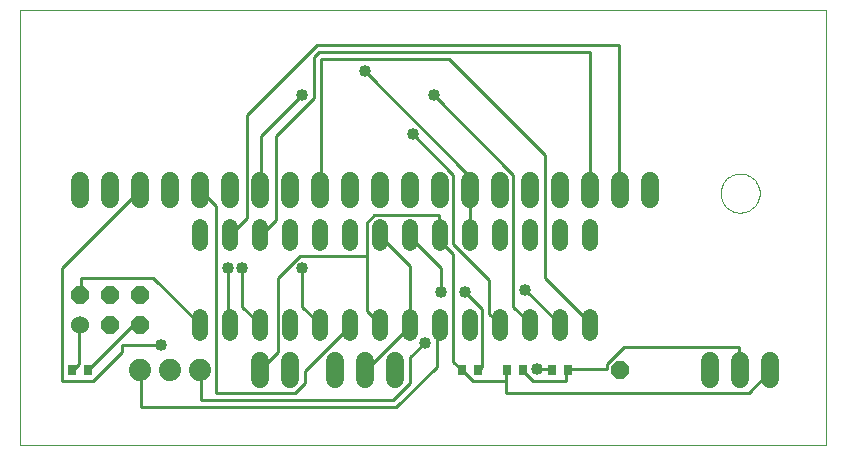
<source format=gtl>
G75*
G70*
%OFA0B0*%
%FSLAX24Y24*%
%IPPOS*%
%LPD*%
%AMOC8*
5,1,8,0,0,1.08239X$1,22.5*
%
%ADD10C,0.0000*%
%ADD11R,0.0276X0.0354*%
%ADD12C,0.0600*%
%ADD13C,0.0520*%
%ADD14C,0.0740*%
%ADD15C,0.0600*%
%ADD16OC8,0.0600*%
%ADD17C,0.0100*%
%ADD18C,0.0400*%
D10*
X000109Y000103D02*
X000109Y014599D01*
X026979Y014599D01*
X026979Y000103D01*
X000109Y000103D01*
X023459Y008503D02*
X023461Y008553D01*
X023467Y008603D01*
X023477Y008653D01*
X023490Y008701D01*
X023507Y008749D01*
X023528Y008795D01*
X023552Y008839D01*
X023580Y008881D01*
X023611Y008921D01*
X023645Y008958D01*
X023682Y008993D01*
X023721Y009024D01*
X023762Y009053D01*
X023806Y009078D01*
X023852Y009100D01*
X023899Y009118D01*
X023947Y009132D01*
X023996Y009143D01*
X024046Y009150D01*
X024096Y009153D01*
X024147Y009152D01*
X024197Y009147D01*
X024247Y009138D01*
X024295Y009126D01*
X024343Y009109D01*
X024389Y009089D01*
X024434Y009066D01*
X024477Y009039D01*
X024517Y009009D01*
X024555Y008976D01*
X024590Y008940D01*
X024623Y008901D01*
X024652Y008860D01*
X024678Y008817D01*
X024701Y008772D01*
X024720Y008725D01*
X024735Y008677D01*
X024747Y008628D01*
X024755Y008578D01*
X024759Y008528D01*
X024759Y008478D01*
X024755Y008428D01*
X024747Y008378D01*
X024735Y008329D01*
X024720Y008281D01*
X024701Y008234D01*
X024678Y008189D01*
X024652Y008146D01*
X024623Y008105D01*
X024590Y008066D01*
X024555Y008030D01*
X024517Y007997D01*
X024477Y007967D01*
X024434Y007940D01*
X024389Y007917D01*
X024343Y007897D01*
X024295Y007880D01*
X024247Y007868D01*
X024197Y007859D01*
X024147Y007854D01*
X024096Y007853D01*
X024046Y007856D01*
X023996Y007863D01*
X023947Y007874D01*
X023899Y007888D01*
X023852Y007906D01*
X023806Y007928D01*
X023762Y007953D01*
X023721Y007982D01*
X023682Y008013D01*
X023645Y008048D01*
X023611Y008085D01*
X023580Y008125D01*
X023552Y008167D01*
X023528Y008211D01*
X023507Y008257D01*
X023490Y008305D01*
X023477Y008353D01*
X023467Y008403D01*
X023461Y008453D01*
X023459Y008503D01*
D11*
X018365Y002603D03*
X017853Y002603D03*
X016865Y002603D03*
X016353Y002603D03*
X015365Y002603D03*
X014853Y002603D03*
X002365Y002603D03*
X001853Y002603D03*
D12*
X008109Y002303D02*
X008109Y002903D01*
X009109Y002903D02*
X009109Y002303D01*
X010609Y002303D02*
X010609Y002903D01*
X011609Y002903D02*
X011609Y002303D01*
X012609Y002303D02*
X012609Y002903D01*
X013109Y008303D02*
X013109Y008903D01*
X014109Y008903D02*
X014109Y008303D01*
X015109Y008303D02*
X015109Y008903D01*
X016109Y008903D02*
X016109Y008303D01*
X017109Y008303D02*
X017109Y008903D01*
X018109Y008903D02*
X018109Y008303D01*
X019109Y008303D02*
X019109Y008903D01*
X020109Y008903D02*
X020109Y008303D01*
X021109Y008303D02*
X021109Y008903D01*
X012109Y008903D02*
X012109Y008303D01*
X011109Y008303D02*
X011109Y008903D01*
X010109Y008903D02*
X010109Y008303D01*
X009109Y008303D02*
X009109Y008903D01*
X008109Y008903D02*
X008109Y008303D01*
X007109Y008303D02*
X007109Y008903D01*
X006109Y008903D02*
X006109Y008303D01*
X005109Y008303D02*
X005109Y008903D01*
X004109Y008903D02*
X004109Y008303D01*
X003109Y008303D02*
X003109Y008903D01*
X002109Y008903D02*
X002109Y008303D01*
X023109Y002903D02*
X023109Y002303D01*
X024109Y002303D02*
X024109Y002903D01*
X025109Y002903D02*
X025109Y002303D01*
D13*
X019109Y003843D02*
X019109Y004363D01*
X018109Y004363D02*
X018109Y003843D01*
X017109Y003843D02*
X017109Y004363D01*
X016109Y004363D02*
X016109Y003843D01*
X015109Y003843D02*
X015109Y004363D01*
X014109Y004363D02*
X014109Y003843D01*
X013109Y003843D02*
X013109Y004363D01*
X012109Y004363D02*
X012109Y003843D01*
X011109Y003843D02*
X011109Y004363D01*
X010109Y004363D02*
X010109Y003843D01*
X009109Y003843D02*
X009109Y004363D01*
X008109Y004363D02*
X008109Y003843D01*
X007109Y003843D02*
X007109Y004363D01*
X006109Y004363D02*
X006109Y003843D01*
X006109Y006843D02*
X006109Y007363D01*
X007109Y007363D02*
X007109Y006843D01*
X008109Y006843D02*
X008109Y007363D01*
X009109Y007363D02*
X009109Y006843D01*
X010109Y006843D02*
X010109Y007363D01*
X011109Y007363D02*
X011109Y006843D01*
X012109Y006843D02*
X012109Y007363D01*
X013109Y007363D02*
X013109Y006843D01*
X014109Y006843D02*
X014109Y007363D01*
X015109Y007363D02*
X015109Y006843D01*
X016109Y006843D02*
X016109Y007363D01*
X017109Y007363D02*
X017109Y006843D01*
X018109Y006843D02*
X018109Y007363D01*
X019109Y007363D02*
X019109Y006843D01*
D14*
X006109Y002603D03*
X005109Y002603D03*
X004109Y002603D03*
D15*
X002109Y004103D03*
D16*
X003109Y004103D03*
X004109Y004103D03*
X004109Y005103D03*
X003109Y005103D03*
X002109Y005103D03*
X020109Y002603D03*
D17*
X019669Y002643D02*
X019669Y002803D01*
X020229Y003363D01*
X024069Y003363D01*
X024069Y002643D01*
X024109Y002603D01*
X024389Y001843D02*
X025109Y002563D01*
X025109Y002603D01*
X024389Y001843D02*
X016309Y001843D01*
X016309Y002243D01*
X016309Y002563D01*
X016353Y002603D01*
X016309Y002243D02*
X015189Y002243D01*
X014869Y002563D01*
X014853Y002603D01*
X014789Y002643D01*
X014549Y002883D01*
X014549Y006483D01*
X014149Y006883D01*
X014149Y007043D01*
X014109Y007103D01*
X014069Y007123D01*
X014069Y007763D01*
X011909Y007763D01*
X011669Y007523D01*
X011669Y006403D01*
X009429Y006403D01*
X008709Y005683D01*
X008709Y003203D01*
X008109Y002603D01*
X009269Y001843D02*
X006629Y001843D01*
X006629Y008083D01*
X006109Y008603D01*
X007109Y007123D02*
X007669Y007683D01*
X007669Y011123D01*
X009989Y013443D01*
X020069Y013443D01*
X020069Y008643D01*
X020109Y008603D01*
X019109Y008603D02*
X019109Y013203D01*
X010069Y013203D01*
X009909Y013043D01*
X009909Y011683D01*
X008629Y010403D01*
X008629Y007603D01*
X008149Y007123D01*
X008109Y007103D01*
X007109Y007103D02*
X007109Y007123D01*
X007029Y006003D02*
X007029Y004243D01*
X007109Y004163D01*
X007109Y004103D01*
X007509Y004723D02*
X008069Y004163D01*
X008109Y004103D01*
X007509Y004723D02*
X007509Y006003D01*
X009509Y006003D02*
X009509Y004723D01*
X010069Y004163D01*
X010109Y004103D01*
X011109Y004083D02*
X011109Y004103D01*
X011109Y004083D02*
X009589Y002563D01*
X009589Y002163D01*
X009269Y001843D01*
X011609Y002603D02*
X011669Y002643D01*
X013109Y004083D01*
X013109Y004103D01*
X013109Y006083D01*
X012149Y007043D01*
X012109Y007103D01*
X013109Y007103D02*
X013109Y007043D01*
X014149Y006003D01*
X014149Y005203D01*
X014949Y005203D02*
X015509Y004643D01*
X015509Y002723D01*
X015429Y002643D01*
X015365Y002603D01*
X013989Y002723D02*
X012629Y001363D01*
X004149Y001363D01*
X004149Y002563D01*
X004109Y002603D01*
X003509Y003203D02*
X002549Y002243D01*
X001509Y002243D01*
X001509Y006003D01*
X004109Y008603D01*
X008109Y008603D02*
X008149Y008643D01*
X008149Y010403D01*
X009509Y011763D01*
X011589Y012563D02*
X015109Y009043D01*
X015109Y008603D01*
X015109Y007103D01*
X014549Y006803D02*
X014549Y009123D01*
X013189Y010483D01*
X013909Y011763D02*
X016549Y009123D01*
X016549Y004723D01*
X017109Y004163D01*
X017109Y004103D01*
X018069Y004163D02*
X018109Y004103D01*
X018069Y004163D02*
X016949Y005283D01*
X017589Y005683D02*
X017589Y009763D01*
X014389Y012963D01*
X010149Y012963D01*
X010149Y008643D01*
X010109Y008603D01*
X011669Y006403D02*
X011669Y004563D01*
X012069Y004163D01*
X012109Y004103D01*
X013109Y003043D02*
X013589Y003523D01*
X013109Y003043D02*
X013109Y002163D01*
X012549Y001603D01*
X006149Y001603D01*
X006149Y002563D01*
X006109Y002603D01*
X004789Y003443D02*
X003509Y003443D01*
X003509Y003203D01*
X003829Y004083D02*
X002389Y002643D01*
X002365Y002603D01*
X002069Y002803D02*
X001909Y002643D01*
X001853Y002603D01*
X002069Y002803D02*
X002069Y004083D01*
X002109Y004103D01*
X002109Y005103D02*
X002149Y005123D01*
X002149Y005683D01*
X004549Y005683D01*
X006069Y004163D01*
X006109Y004103D01*
X004109Y004103D02*
X004069Y004083D01*
X003829Y004083D01*
X013989Y004003D02*
X013989Y002723D01*
X013989Y004003D02*
X014069Y004083D01*
X014109Y004103D01*
X015749Y004483D02*
X015749Y005603D01*
X014549Y006803D01*
X017589Y005683D02*
X019109Y004163D01*
X019109Y004103D01*
X019669Y002643D02*
X018389Y002643D01*
X018365Y002603D01*
X018309Y002563D01*
X018309Y002243D01*
X017189Y002243D01*
X016869Y002563D01*
X016865Y002603D01*
X017349Y002643D02*
X017829Y002643D01*
X017853Y002603D01*
X016109Y004103D02*
X016069Y004163D01*
X015749Y004483D01*
D18*
X014949Y005203D03*
X014149Y005203D03*
X016949Y005283D03*
X013589Y003523D03*
X017349Y002643D03*
X009509Y006003D03*
X007509Y006003D03*
X007029Y006003D03*
X004789Y003443D03*
X013189Y010483D03*
X013909Y011763D03*
X011589Y012563D03*
X009509Y011763D03*
M02*

</source>
